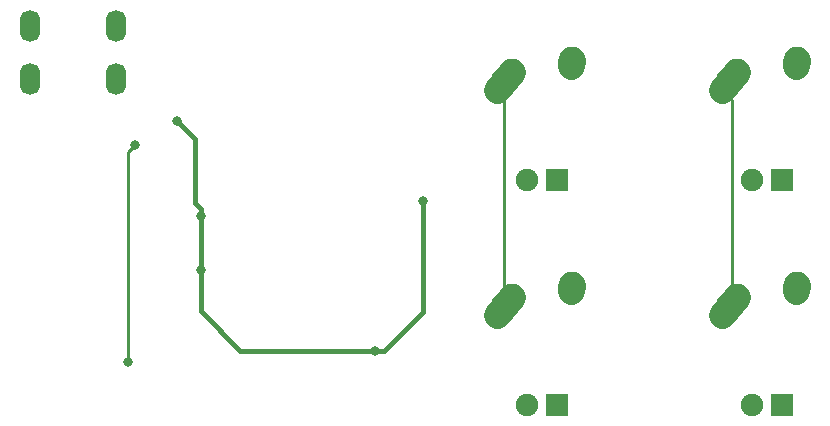
<source format=gtl>
G04 #@! TF.GenerationSoftware,KiCad,Pcbnew,(5.1.4-0)*
G04 #@! TF.CreationDate,2021-10-16T03:16:45+01:00*
G04 #@! TF.ProjectId,PR-4PP,50522d34-5050-42e6-9b69-6361645f7063,rev?*
G04 #@! TF.SameCoordinates,Original*
G04 #@! TF.FileFunction,Copper,L1,Top*
G04 #@! TF.FilePolarity,Positive*
%FSLAX46Y46*%
G04 Gerber Fmt 4.6, Leading zero omitted, Abs format (unit mm)*
G04 Created by KiCad (PCBNEW (5.1.4-0)) date 2021-10-16 03:16:45*
%MOMM*%
%LPD*%
G04 APERTURE LIST*
%ADD10R,1.905000X1.905000*%
%ADD11C,1.905000*%
%ADD12C,2.250000*%
%ADD13C,2.250000*%
%ADD14O,1.700000X2.700000*%
%ADD15C,0.800000*%
%ADD16C,0.381000*%
%ADD17C,0.254000*%
G04 APERTURE END LIST*
D10*
X71120000Y-93980000D03*
D11*
X68580000Y-93980000D03*
D12*
X67350000Y-84900000D03*
X66695001Y-85630000D03*
D13*
X66040000Y-86360000D02*
X67350002Y-84900000D01*
D12*
X72390000Y-83820000D03*
X72370000Y-84110000D03*
D13*
X72350000Y-84400000D02*
X72390000Y-83820000D01*
D10*
X90170000Y-74930000D03*
D11*
X87630000Y-74930000D03*
D12*
X86400000Y-65850000D03*
X85745001Y-66580000D03*
D13*
X85090000Y-67310000D02*
X86400002Y-65850000D01*
D12*
X91440000Y-64770000D03*
X91420000Y-65060000D03*
D13*
X91400000Y-65350000D02*
X91440000Y-64770000D01*
D10*
X71120000Y-74930000D03*
D11*
X68580000Y-74930000D03*
D12*
X67350000Y-65850000D03*
X66695001Y-66580000D03*
D13*
X66040000Y-67310000D02*
X67350002Y-65850000D01*
D12*
X72390000Y-64770000D03*
X72370000Y-65060000D03*
D13*
X72350000Y-65350000D02*
X72390000Y-64770000D01*
D14*
X26512500Y-61912500D03*
X33812500Y-61912500D03*
X33812500Y-66412500D03*
X26512500Y-66412500D03*
D10*
X90170000Y-93980000D03*
D11*
X87630000Y-93980000D03*
D12*
X86400000Y-84900000D03*
X85745001Y-85630000D03*
D13*
X85090000Y-86360000D02*
X86400002Y-84900000D01*
D12*
X91440000Y-83820000D03*
X91420000Y-84110000D03*
D13*
X91400000Y-84400000D02*
X91440000Y-83820000D01*
D15*
X59817000Y-76756500D03*
X55753000Y-89408000D03*
X40996000Y-82575000D03*
X41021000Y-78008250D03*
X38989000Y-69977000D03*
X34850000Y-90372000D03*
X35433000Y-72009000D03*
D16*
X59817000Y-77322185D02*
X59817000Y-76756500D01*
X59817000Y-86106000D02*
X59817000Y-77322185D01*
X56515000Y-89408000D02*
X59817000Y-86106000D01*
X55753000Y-89408000D02*
X56515000Y-89408000D01*
X40996000Y-86081000D02*
X40996000Y-82575000D01*
X44323000Y-89408000D02*
X40996000Y-86081000D01*
X55753000Y-89408000D02*
X44323000Y-89408000D01*
X41021000Y-82550000D02*
X40996000Y-82575000D01*
X41021000Y-78008250D02*
X41021000Y-82550000D01*
X41021000Y-77442565D02*
X40513000Y-76934565D01*
X41021000Y-78008250D02*
X41021000Y-77442565D01*
X40513000Y-76934565D02*
X40513000Y-72009000D01*
X40513000Y-72009000D02*
X40513000Y-71501000D01*
X40513000Y-71501000D02*
X38989000Y-69977000D01*
D17*
X66675000Y-84225000D02*
X67350000Y-84900000D01*
X66675000Y-67945000D02*
X66675000Y-84225000D01*
X66040000Y-67310000D02*
X66675000Y-67945000D01*
X85979000Y-84479000D02*
X86400000Y-84900000D01*
X85979000Y-68199000D02*
X85979000Y-84479000D01*
X85090000Y-67310000D02*
X85979000Y-68199000D01*
X35033001Y-72408999D02*
X35433000Y-72009000D01*
X34850000Y-72592000D02*
X35033001Y-72408999D01*
X34850000Y-90372000D02*
X34850000Y-72592000D01*
M02*

</source>
